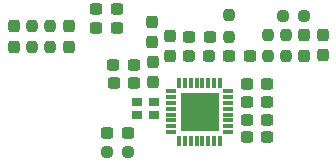
<source format=gtp>
G04 #@! TF.GenerationSoftware,KiCad,Pcbnew,7.0.9*
G04 #@! TF.CreationDate,2024-04-20T19:13:06+02:00*
G04 #@! TF.ProjectId,NFC_Programmer,4e46435f-5072-46f6-9772-616d6d65722e,3.0*
G04 #@! TF.SameCoordinates,Original*
G04 #@! TF.FileFunction,Paste,Top*
G04 #@! TF.FilePolarity,Positive*
%FSLAX46Y46*%
G04 Gerber Fmt 4.6, Leading zero omitted, Abs format (unit mm)*
G04 Created by KiCad (PCBNEW 7.0.9) date 2024-04-20 19:13:06*
%MOMM*%
%LPD*%
G01*
G04 APERTURE LIST*
G04 Aperture macros list*
%AMRoundRect*
0 Rectangle with rounded corners*
0 $1 Rounding radius*
0 $2 $3 $4 $5 $6 $7 $8 $9 X,Y pos of 4 corners*
0 Add a 4 corners polygon primitive as box body*
4,1,4,$2,$3,$4,$5,$6,$7,$8,$9,$2,$3,0*
0 Add four circle primitives for the rounded corners*
1,1,$1+$1,$2,$3*
1,1,$1+$1,$4,$5*
1,1,$1+$1,$6,$7*
1,1,$1+$1,$8,$9*
0 Add four rect primitives between the rounded corners*
20,1,$1+$1,$2,$3,$4,$5,0*
20,1,$1+$1,$4,$5,$6,$7,0*
20,1,$1+$1,$6,$7,$8,$9,0*
20,1,$1+$1,$8,$9,$2,$3,0*%
G04 Aperture macros list end*
%ADD10RoundRect,0.237500X-0.237500X0.250000X-0.237500X-0.250000X0.237500X-0.250000X0.237500X0.250000X0*%
%ADD11RoundRect,0.237500X0.300000X0.237500X-0.300000X0.237500X-0.300000X-0.237500X0.300000X-0.237500X0*%
%ADD12RoundRect,0.237500X0.237500X-0.250000X0.237500X0.250000X-0.237500X0.250000X-0.237500X-0.250000X0*%
%ADD13RoundRect,0.237500X0.237500X-0.287500X0.237500X0.287500X-0.237500X0.287500X-0.237500X-0.287500X0*%
%ADD14R,0.900000X0.800000*%
%ADD15RoundRect,0.237500X0.237500X-0.300000X0.237500X0.300000X-0.237500X0.300000X-0.237500X-0.300000X0*%
%ADD16RoundRect,0.237500X-0.237500X0.300000X-0.237500X-0.300000X0.237500X-0.300000X0.237500X0.300000X0*%
%ADD17R,0.850000X0.300000*%
%ADD18R,0.300000X0.850000*%
%ADD19R,3.250000X3.250000*%
%ADD20RoundRect,0.237500X-0.300000X-0.237500X0.300000X-0.237500X0.300000X0.237500X-0.300000X0.237500X0*%
%ADD21RoundRect,0.237500X-0.250000X-0.237500X0.250000X-0.237500X0.250000X0.237500X-0.250000X0.237500X0*%
%ADD22RoundRect,0.237500X-0.287500X-0.237500X0.287500X-0.237500X0.287500X0.237500X-0.287500X0.237500X0*%
%ADD23RoundRect,0.237500X0.250000X0.237500X-0.250000X0.237500X-0.250000X-0.237500X0.250000X-0.237500X0*%
G04 APERTURE END LIST*
D10*
X150813750Y-94545000D03*
X150813750Y-96370000D03*
D11*
X147696750Y-96380000D03*
X145971750Y-96380000D03*
D12*
X145994250Y-94742500D03*
X145994250Y-92917500D03*
D11*
X137886750Y-97110000D03*
X136161750Y-97110000D03*
D13*
X140994250Y-96385000D03*
X140994250Y-94635000D03*
D11*
X136462500Y-93970000D03*
X134737500Y-93970000D03*
D14*
X139571750Y-100230000D03*
X138171750Y-100230000D03*
X138171750Y-101330000D03*
X139571750Y-101330000D03*
D15*
X139504250Y-98602500D03*
X139504250Y-96877500D03*
D16*
X139464250Y-93467500D03*
X139464250Y-95192500D03*
D17*
X145914250Y-102820000D03*
X145914250Y-102320000D03*
X145914250Y-101820000D03*
X145914250Y-101320000D03*
X145914250Y-100820000D03*
X145914250Y-100320000D03*
X145914250Y-99820000D03*
X145914250Y-99320000D03*
D18*
X145214250Y-98620000D03*
X144714250Y-98620000D03*
X144214250Y-98620000D03*
X143714250Y-98620000D03*
X143214250Y-98620000D03*
X142714250Y-98620000D03*
X142214250Y-98620000D03*
X141714250Y-98620000D03*
D17*
X141014250Y-99320000D03*
X141014250Y-99820000D03*
X141014250Y-100320000D03*
X141014250Y-100820000D03*
X141014250Y-101320000D03*
X141014250Y-101820000D03*
X141014250Y-102320000D03*
X141014250Y-102820000D03*
D18*
X141714250Y-103520000D03*
X142214250Y-103520000D03*
X142714250Y-103520000D03*
X143214250Y-103520000D03*
X143714250Y-103520000D03*
X144214250Y-103520000D03*
X144714250Y-103520000D03*
X145214250Y-103520000D03*
D19*
X143464250Y-101070000D03*
D10*
X130835000Y-93800000D03*
X130835000Y-95625000D03*
D15*
X152344250Y-96320000D03*
X152344250Y-94595000D03*
D11*
X136462500Y-92400000D03*
X134737500Y-92400000D03*
D20*
X147445000Y-98700000D03*
X149170000Y-98700000D03*
X147445000Y-100220000D03*
X149170000Y-100220000D03*
D12*
X149283250Y-96370000D03*
X149283250Y-94545000D03*
D16*
X153904250Y-94587500D03*
X153904250Y-96312500D03*
D20*
X147445000Y-101740000D03*
X149170000Y-101740000D03*
D10*
X129285000Y-93800000D03*
X129285000Y-95625000D03*
D21*
X150522500Y-92990000D03*
X152347500Y-92990000D03*
D16*
X132385000Y-93850000D03*
X132385000Y-95575000D03*
D15*
X127725000Y-95575000D03*
X127725000Y-93850000D03*
D11*
X137372500Y-102890000D03*
X135647500Y-102890000D03*
D22*
X142544250Y-96400000D03*
X144294250Y-96400000D03*
D23*
X137442500Y-104450000D03*
X135617500Y-104450000D03*
D20*
X142609250Y-94790000D03*
X144334250Y-94790000D03*
D11*
X137926750Y-98680000D03*
X136201750Y-98680000D03*
D20*
X147445000Y-103260000D03*
X149170000Y-103260000D03*
M02*

</source>
